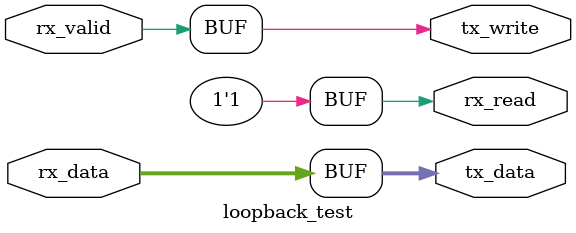
<source format=v>
module loopback_test(
	// tx interface
	output wire				tx_write,
	output wire [31:0]	tx_data,
	
	// rx interface
	output wire				rx_read,
	input  wire				rx_valid,
	input  wire [31:0]	rx_data
	);
	
	assign tx_write	=	rx_valid;
	assign tx_data		=	rx_data;
	assign rx_read 	=	1'b1;
	
endmodule
</source>
